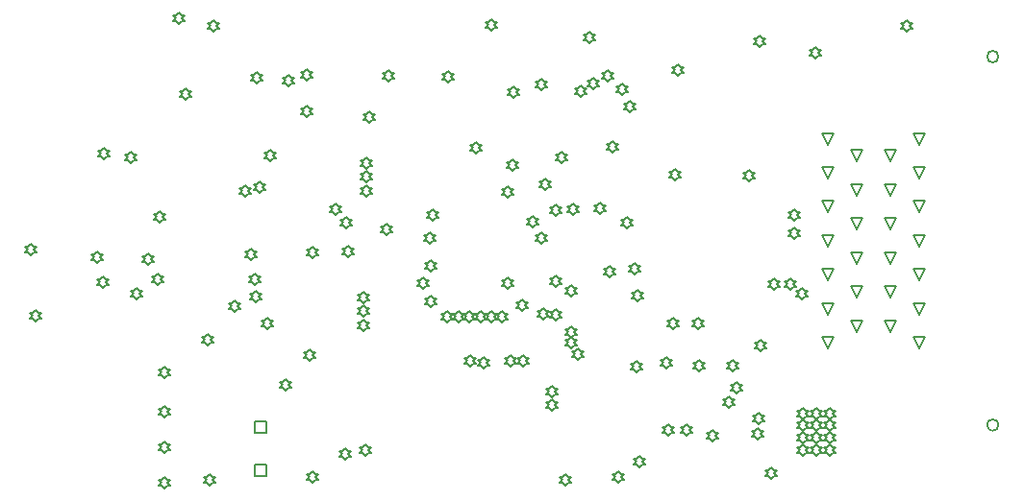
<source format=gbr>
%TF.GenerationSoftware,Altium Limited,Altium Designer,19.0.10 (269)*%
G04 Layer_Color=2752767*
%FSLAX26Y26*%
%MOIN*%
%TF.FileFunction,Drawing*%
%TF.Part,Single*%
G01*
G75*
%TA.AperFunction,NonConductor*%
%ADD74C,0.005000*%
%ADD75C,0.006667*%
D74*
X1298898Y58543D02*
Y98543D01*
X1338898D01*
Y58543D01*
X1298898D01*
Y208543D02*
Y248543D01*
X1338898D01*
Y208543D01*
X1298898D01*
X3287402Y1209331D02*
X3267402Y1249331D01*
X3307402D01*
X3287402Y1209331D01*
Y1091220D02*
X3267402Y1131220D01*
X3307402D01*
X3287402Y1091220D01*
Y973110D02*
X3267402Y1013110D01*
X3307402D01*
X3287402Y973110D01*
Y855000D02*
X3267402Y895000D01*
X3307402D01*
X3287402Y855000D01*
Y736890D02*
X3267402Y776890D01*
X3307402D01*
X3287402Y736890D01*
Y618779D02*
X3267402Y658779D01*
X3307402D01*
X3287402Y618779D01*
Y500669D02*
X3267402Y540669D01*
X3307402D01*
X3287402Y500669D01*
X3385827Y1150276D02*
X3365827Y1190276D01*
X3405827D01*
X3385827Y1150276D01*
Y1032165D02*
X3365827Y1072165D01*
X3405827D01*
X3385827Y1032165D01*
Y914055D02*
X3365827Y954055D01*
X3405827D01*
X3385827Y914055D01*
Y795945D02*
X3365827Y835945D01*
X3405827D01*
X3385827Y795945D01*
Y677835D02*
X3365827Y717835D01*
X3405827D01*
X3385827Y677835D01*
Y559724D02*
X3365827Y599724D01*
X3405827D01*
X3385827Y559724D01*
X3503937Y1150276D02*
X3483937Y1190276D01*
X3523937D01*
X3503937Y1150276D01*
Y1032165D02*
X3483937Y1072165D01*
X3523937D01*
X3503937Y1032165D01*
Y914055D02*
X3483937Y954055D01*
X3523937D01*
X3503937Y914055D01*
Y795945D02*
X3483937Y835945D01*
X3523937D01*
X3503937Y795945D01*
Y677835D02*
X3483937Y717835D01*
X3523937D01*
X3503937Y677835D01*
Y559724D02*
X3483937Y599724D01*
X3523937D01*
X3503937Y559724D01*
X3602362Y1209331D02*
X3582362Y1249331D01*
X3622362D01*
X3602362Y1209331D01*
Y1091220D02*
X3582362Y1131220D01*
X3622362D01*
X3602362Y1091220D01*
Y973110D02*
X3582362Y1013110D01*
X3622362D01*
X3602362Y973110D01*
Y855000D02*
X3582362Y895000D01*
X3622362D01*
X3602362Y855000D01*
Y736890D02*
X3582362Y776890D01*
X3622362D01*
X3602362Y736890D01*
Y618779D02*
X3582362Y658779D01*
X3622362D01*
X3602362Y618779D01*
Y500669D02*
X3582362Y540669D01*
X3622362D01*
X3602362Y500669D01*
X2375984Y24291D02*
X2385984Y34291D01*
X2395984D01*
X2385984Y44291D01*
X2395984Y54291D01*
X2385984D01*
X2375984Y64291D01*
X2365984Y54291D01*
X2355984D01*
X2365984Y44291D01*
X2355984Y34291D01*
X2365984D01*
X2375984Y24291D01*
X2421378Y460338D02*
X2431378Y470338D01*
X2441378D01*
X2431378Y480338D01*
X2441378Y490338D01*
X2431378D01*
X2421378Y500338D01*
X2411378Y490338D01*
X2401378D01*
X2411378Y480338D01*
X2401378Y470338D01*
X2411378D01*
X2421378Y460338D01*
X1612205Y114843D02*
X1622205Y124843D01*
X1632205D01*
X1622205Y134843D01*
X1632205Y144843D01*
X1622205D01*
X1612205Y154843D01*
X1602205Y144843D01*
X1592205D01*
X1602205Y134843D01*
X1592205Y124843D01*
X1602205D01*
X1612205Y114843D01*
X1228642Y628441D02*
X1238642Y638441D01*
X1248642D01*
X1238642Y648441D01*
X1248642Y658441D01*
X1238642D01*
X1228642Y668441D01*
X1218642Y658441D01*
X1208642D01*
X1218642Y648441D01*
X1208642Y638441D01*
X1218642D01*
X1228642Y628441D01*
X1684055Y126653D02*
X1694055Y136654D01*
X1704055D01*
X1694055Y146654D01*
X1704055Y156654D01*
X1694055D01*
X1684055Y166654D01*
X1674055Y156654D01*
X1664055D01*
X1674055Y146654D01*
X1664055Y136654D01*
X1674055D01*
X1684055Y126653D01*
X1500000Y33543D02*
X1510000Y43543D01*
X1520000D01*
X1510000Y53543D01*
X1520000Y63543D01*
X1510000D01*
X1500000Y73543D01*
X1490000Y63543D01*
X1480000D01*
X1490000Y53543D01*
X1480000Y43543D01*
X1490000D01*
X1500000Y33543D01*
X2330709Y332362D02*
X2340709Y342362D01*
X2350709D01*
X2340709Y352362D01*
X2350709Y362362D01*
X2340709D01*
X2330709Y372362D01*
X2320709Y362362D01*
X2310709D01*
X2320709Y352362D01*
X2310709Y342362D01*
X2320709D01*
X2330709Y332362D01*
X2329724Y286102D02*
X2339724Y296102D01*
X2349724D01*
X2339724Y306102D01*
X2349724Y316102D01*
X2339724D01*
X2329724Y326102D01*
X2319724Y316102D01*
X2309724D01*
X2319724Y306102D01*
X2309724Y296102D01*
X2319724D01*
X2329724Y286102D01*
X2395274Y500371D02*
X2405274Y510371D01*
X2415274D01*
X2405274Y520371D01*
X2415274Y530371D01*
X2405274D01*
X2395274Y540371D01*
X2385274Y530371D01*
X2375274D01*
X2385274Y520371D01*
X2375274Y510371D01*
X2385274D01*
X2395274Y500371D01*
Y539055D02*
X2405274Y549055D01*
X2415274D01*
X2405274Y559055D01*
X2415274Y569055D01*
X2405274D01*
X2395274Y579055D01*
X2385274Y569055D01*
X2375274D01*
X2385274Y559055D01*
X2375274Y549055D01*
X2385274D01*
X2395274Y539055D01*
X1302370Y662094D02*
X1312370Y672094D01*
X1322370D01*
X1312370Y682094D01*
X1322370Y692094D01*
X1312370D01*
X1302370Y702094D01*
X1292370Y692094D01*
X1282370D01*
X1292370Y682094D01*
X1282370Y672094D01*
X1292370D01*
X1302370Y662094D01*
X2726378Y430787D02*
X2736378Y440787D01*
X2746378D01*
X2736378Y450787D01*
X2746378Y460787D01*
X2736378D01*
X2726378Y470787D01*
X2716378Y460787D01*
X2706378D01*
X2716378Y450787D01*
X2706378Y440787D01*
X2716378D01*
X2726378Y430787D01*
X1881693Y708543D02*
X1891693Y718543D01*
X1901693D01*
X1891693Y728543D01*
X1901693Y738543D01*
X1891693D01*
X1881693Y748543D01*
X1871693Y738543D01*
X1861693D01*
X1871693Y728543D01*
X1861693Y718543D01*
X1871693D01*
X1881693Y708543D01*
X1905605Y864886D02*
X1915605Y874886D01*
X1925605D01*
X1915605Y884886D01*
X1925605Y894886D01*
X1915605D01*
X1905605Y904886D01*
X1895605Y894886D01*
X1885605D01*
X1895605Y884886D01*
X1885605Y874886D01*
X1895605D01*
X1905605Y864886D01*
X1909449Y767402D02*
X1919449Y777402D01*
X1929449D01*
X1919449Y787402D01*
X1929449Y797402D01*
X1919449D01*
X1909449Y807402D01*
X1899449Y797402D01*
X1889449D01*
X1899449Y787402D01*
X1889449Y777402D01*
X1899449D01*
X1909449Y767402D01*
X2121063Y1604016D02*
X2131063Y1614016D01*
X2141063D01*
X2131063Y1624016D01*
X2141063Y1634016D01*
X2131063D01*
X2121063Y1644016D01*
X2111063Y1634016D01*
X2101063D01*
X2111063Y1624016D01*
X2101063Y1614016D01*
X2111063D01*
X2121063Y1604016D01*
X1353347Y1152244D02*
X1363347Y1162244D01*
X1373347D01*
X1363347Y1172244D01*
X1373347Y1182244D01*
X1363347D01*
X1353347Y1192244D01*
X1343347Y1182244D01*
X1333347D01*
X1343347Y1172244D01*
X1333347Y1162244D01*
X1343347D01*
X1353347Y1152244D01*
X969488Y936693D02*
X979488Y946693D01*
X989488D01*
X979488Y956693D01*
X989488Y966693D01*
X979488D01*
X969488Y976693D01*
X959488Y966693D01*
X949488D01*
X959488Y956693D01*
X949488Y946693D01*
X959488D01*
X969488Y936693D01*
X963583Y720158D02*
X973583Y730158D01*
X983583D01*
X973583Y740158D01*
X983583Y750158D01*
X973583D01*
X963583Y760158D01*
X953583Y750158D01*
X943583D01*
X953583Y740158D01*
X943583Y730158D01*
X953583D01*
X963583Y720158D01*
X1499016Y814646D02*
X1509016Y824646D01*
X1519016D01*
X1509016Y834646D01*
X1519016Y844646D01*
X1509016D01*
X1499016Y854646D01*
X1489016Y844646D01*
X1479016D01*
X1489016Y834646D01*
X1479016Y824646D01*
X1489016D01*
X1499016Y814646D01*
X1143701Y25276D02*
X1153701Y35276D01*
X1163701D01*
X1153701Y45276D01*
X1163701Y55276D01*
X1153701D01*
X1143701Y65276D01*
X1133701Y55276D01*
X1123701D01*
X1133701Y45276D01*
X1123701Y35276D01*
X1133701D01*
X1143701Y25276D01*
X771654Y712284D02*
X781654Y722284D01*
X791654D01*
X781654Y732284D01*
X791654Y742284D01*
X781654D01*
X771654Y752284D01*
X761654Y742284D01*
X751654D01*
X761654Y732284D01*
X751654Y722284D01*
X761654D01*
X771654Y712284D01*
X751968Y798898D02*
X761968Y808898D01*
X771968D01*
X761968Y818898D01*
X771968Y828898D01*
X761968D01*
X751968Y838898D01*
X741968Y828898D01*
X731968D01*
X741968Y818898D01*
X731968Y808898D01*
X741968D01*
X751968Y798898D01*
X871063Y1146339D02*
X881063Y1156339D01*
X891063D01*
X881063Y1166339D01*
X891063Y1176339D01*
X881063D01*
X871063Y1186339D01*
X861063Y1176339D01*
X851063D01*
X861063Y1166339D01*
X851063Y1156339D01*
X861063D01*
X871063Y1146339D01*
X1910101Y645023D02*
X1920101Y655023D01*
X1930101D01*
X1920101Y665023D01*
X1930101Y675023D01*
X1920101D01*
X1910101Y685023D01*
X1900101Y675023D01*
X1890101D01*
X1900101Y665023D01*
X1890101Y655023D01*
X1900101D01*
X1910101Y645023D01*
X2157992Y590236D02*
X2167992Y600236D01*
X2177992D01*
X2167992Y610236D01*
X2177992Y620236D01*
X2167992D01*
X2157992Y630236D01*
X2147992Y620236D01*
X2137992D01*
X2147992Y610236D01*
X2137992Y600236D01*
X2147992D01*
X2157992Y590236D01*
X1618110Y917008D02*
X1628110Y927008D01*
X1638110D01*
X1628110Y937008D01*
X1638110Y947008D01*
X1628110D01*
X1618110Y957008D01*
X1608110Y947008D01*
X1598110D01*
X1608110Y937008D01*
X1598110Y927008D01*
X1608110D01*
X1618110Y917008D01*
X2496175Y968077D02*
X2506175Y978077D01*
X2516175D01*
X2506175Y988077D01*
X2516175Y998077D01*
X2506175D01*
X2496175Y1008077D01*
X2486175Y998077D01*
X2476175D01*
X2486175Y988077D01*
X2476175Y978077D01*
X2486175D01*
X2496175Y968077D01*
X2429024Y1373811D02*
X2439024Y1383811D01*
X2449024D01*
X2439024Y1393811D01*
X2449024Y1403811D01*
X2439024D01*
X2429024Y1413811D01*
X2419024Y1403811D01*
X2409024D01*
X2419024Y1393811D01*
X2409024Y1383811D01*
X2419024D01*
X2429024Y1373811D01*
X3245735Y213096D02*
X3255735Y223096D01*
X3265735D01*
X3255735Y233096D01*
X3265735Y243096D01*
X3255735D01*
X3245735Y253096D01*
X3235735Y243096D01*
X3225735D01*
X3235735Y233096D01*
X3225735Y223096D01*
X3235735D01*
X3245735Y213096D01*
Y255418D02*
X3255735Y265418D01*
X3265735D01*
X3255735Y275418D01*
X3265735Y285418D01*
X3255735D01*
X3245735Y295418D01*
X3235735Y285418D01*
X3225735D01*
X3235735Y275418D01*
X3225735Y265418D01*
X3235735D01*
X3245735Y255418D01*
X3199803D02*
X3209803Y265418D01*
X3219803D01*
X3209803Y275418D01*
X3219803Y285418D01*
X3209803D01*
X3199803Y295418D01*
X3189803Y285418D01*
X3179803D01*
X3189803Y275418D01*
X3179803Y265418D01*
X3189803D01*
X3199803Y255418D01*
Y213096D02*
X3209803Y223096D01*
X3219803D01*
X3209803Y233096D01*
X3219803Y243096D01*
X3209803D01*
X3199803Y253096D01*
X3189803Y243096D01*
X3179803D01*
X3189803Y233096D01*
X3179803Y223096D01*
X3189803D01*
X3199803Y213096D01*
Y170773D02*
X3209803Y180773D01*
X3219803D01*
X3209803Y190773D01*
X3219803Y200773D01*
X3209803D01*
X3199803Y210773D01*
X3189803Y200773D01*
X3179803D01*
X3189803Y190773D01*
X3179803Y180773D01*
X3189803D01*
X3199803Y170773D01*
Y128450D02*
X3209803Y138450D01*
X3219803D01*
X3209803Y148450D01*
X3219803Y158450D01*
X3209803D01*
X3199803Y168450D01*
X3189803Y158450D01*
X3179803D01*
X3189803Y148450D01*
X3179803Y138450D01*
X3189803D01*
X3199803Y128450D01*
X3245735D02*
X3255735Y138450D01*
X3265735D01*
X3255735Y148450D01*
X3265735Y158450D01*
X3255735D01*
X3245735Y168450D01*
X3235735Y158450D01*
X3225735D01*
X3235735Y148450D01*
X3225735Y138450D01*
X3235735D01*
X3245735Y128450D01*
X3291666D02*
X3301666Y138450D01*
X3311666D01*
X3301666Y148450D01*
X3311666Y158450D01*
X3301666D01*
X3291666Y168450D01*
X3281666Y158450D01*
X3271666D01*
X3281666Y148450D01*
X3271666Y138450D01*
X3281666D01*
X3291666Y128450D01*
Y170773D02*
X3301666Y180773D01*
X3311666D01*
X3301666Y190773D01*
X3311666Y200773D01*
X3301666D01*
X3291666Y210773D01*
X3281666Y200773D01*
X3271666D01*
X3281666Y190773D01*
X3271666Y180773D01*
X3281666D01*
X3291666Y170773D01*
X3245735D02*
X3255735Y180773D01*
X3265735D01*
X3255735Y190773D01*
X3265735Y200773D01*
X3255735D01*
X3245735Y210773D01*
X3235735Y200773D01*
X3225735D01*
X3235735Y190773D01*
X3225735Y180773D01*
X3235735D01*
X3245735Y170773D01*
X3291666Y213096D02*
X3301666Y223096D01*
X3311666D01*
X3301666Y233096D01*
X3311666Y243096D01*
X3301666D01*
X3291666Y253096D01*
X3281666Y243096D01*
X3271666D01*
X3281666Y233096D01*
X3271666Y223096D01*
X3281666D01*
X3291666Y213096D01*
Y255418D02*
X3301666Y265418D01*
X3311666D01*
X3301666Y275418D01*
X3311666Y285418D01*
X3301666D01*
X3291666Y295418D01*
X3281666Y285418D01*
X3271666D01*
X3281666Y275418D01*
X3271666Y265418D01*
X3281666D01*
X3291666Y255418D01*
X2838457Y422841D02*
X2848457Y432841D01*
X2858457D01*
X2848457Y442841D01*
X2858457Y452841D01*
X2848457D01*
X2838457Y462841D01*
X2828457Y452841D01*
X2818457D01*
X2828457Y442841D01*
X2818457Y432841D01*
X2828457D01*
X2838457Y422841D01*
X3090551Y47913D02*
X3100551Y57913D01*
X3110551D01*
X3100551Y67913D01*
X3110551Y77913D01*
X3100551D01*
X3090551Y87913D01*
X3080551Y77913D01*
X3070551D01*
X3080551Y67913D01*
X3070551Y57913D01*
X3080551D01*
X3090551Y47913D01*
X3048228Y236890D02*
X3058228Y246890D01*
X3068228D01*
X3058228Y256890D01*
X3068228Y266890D01*
X3058228D01*
X3048228Y276890D01*
X3038228Y266890D01*
X3028228D01*
X3038228Y256890D01*
X3028228Y246890D01*
X3038228D01*
X3048228Y236890D01*
X2404412Y964250D02*
X2414412Y974250D01*
X2424412D01*
X2414412Y984250D01*
X2424412Y994250D01*
X2414412D01*
X2404412Y1004250D01*
X2394412Y994250D01*
X2384412D01*
X2394412Y984250D01*
X2384412Y974250D01*
X2394412D01*
X2404412Y964250D01*
X2225208Y630078D02*
X2235208Y640078D01*
X2245208D01*
X2235208Y650078D01*
X2245208Y660078D01*
X2235208D01*
X2225208Y670078D01*
X2215208Y660078D01*
X2205208D01*
X2215208Y650078D01*
X2205208Y640078D01*
X2215208D01*
X2225208Y630078D01*
X2299208Y602046D02*
X2309208Y612046D01*
X2319208D01*
X2309208Y622046D01*
X2319208Y632046D01*
X2309208D01*
X2299208Y642046D01*
X2289208Y632046D01*
X2279208D01*
X2289208Y622046D01*
X2279208Y612046D01*
X2289208D01*
X2299208Y602046D01*
X1416947Y1413071D02*
X1426947Y1423071D01*
X1436947D01*
X1426947Y1433071D01*
X1436947Y1443071D01*
X1426947D01*
X1416947Y1453071D01*
X1406947Y1443071D01*
X1396947D01*
X1406947Y1433071D01*
X1396947Y1423071D01*
X1406947D01*
X1416947Y1413071D01*
X2732284Y196535D02*
X2742284Y206535D01*
X2752284D01*
X2742284Y216535D01*
X2752284Y226535D01*
X2742284D01*
X2732284Y236535D01*
X2722284Y226535D01*
X2712284D01*
X2722284Y216535D01*
X2712284Y206535D01*
X2722284D01*
X2732284Y196535D01*
X1696998Y1283150D02*
X1706998Y1293150D01*
X1716998D01*
X1706998Y1303150D01*
X1716998Y1313150D01*
X1706998D01*
X1696998Y1323150D01*
X1686998Y1313150D01*
X1676998D01*
X1686998Y1303150D01*
X1676998Y1293150D01*
X1686998D01*
X1696998Y1283150D01*
X2293307Y864886D02*
X2303307Y874886D01*
X2313307D01*
X2303307Y884886D01*
X2313307Y894886D01*
X2303307D01*
X2293307Y904886D01*
X2283307Y894886D01*
X2273307D01*
X2283307Y884886D01*
X2273307Y874886D01*
X2283307D01*
X2293307Y864886D01*
X1036417Y1629606D02*
X1046417Y1639606D01*
X1056417D01*
X1046417Y1649606D01*
X1056417Y1659606D01*
X1046417D01*
X1036417Y1669606D01*
X1026417Y1659606D01*
X1016417D01*
X1026417Y1649606D01*
X1016417Y1639606D01*
X1026417D01*
X1036417Y1629606D01*
X1060305Y1365827D02*
X1070305Y1375827D01*
X1080305D01*
X1070305Y1385827D01*
X1080305Y1395827D01*
X1070305D01*
X1060305Y1405827D01*
X1050305Y1395827D01*
X1040305D01*
X1050305Y1385827D01*
X1040305Y1375827D01*
X1050305D01*
X1060305Y1365827D01*
X3054260Y489842D02*
X3064260Y499842D01*
X3074260D01*
X3064260Y509842D01*
X3074260Y519842D01*
X3064260D01*
X3054260Y529842D01*
X3044260Y519842D01*
X3034260D01*
X3044260Y509842D01*
X3034260Y499842D01*
X3044260D01*
X3054260Y489842D01*
X1969488Y1425866D02*
X1979488Y1435866D01*
X1989488D01*
X1979488Y1445866D01*
X1989488Y1455866D01*
X1979488D01*
X1969488Y1465866D01*
X1959488Y1455866D01*
X1949488D01*
X1959488Y1445866D01*
X1949488Y1435866D01*
X1959488D01*
X1969488Y1425866D01*
X2067913Y1177047D02*
X2077913Y1187047D01*
X2087913D01*
X2077913Y1197047D01*
X2087913Y1207047D01*
X2077913D01*
X2067913Y1217047D01*
X2057913Y1207047D01*
X2047913D01*
X2057913Y1197047D01*
X2047913Y1187047D01*
X2057913D01*
X2067913Y1177047D01*
X539370Y595158D02*
X549370Y605158D01*
X559370D01*
X549370Y615158D01*
X559370Y625158D01*
X549370D01*
X539370Y635158D01*
X529370Y625158D01*
X519370D01*
X529370Y615158D01*
X519370Y605158D01*
X529370D01*
X539370Y595158D01*
X523622Y825577D02*
X533622Y835577D01*
X543622D01*
X533622Y845577D01*
X543622Y855577D01*
X533622D01*
X523622Y865577D01*
X513622Y855577D01*
X503622D01*
X513622Y845577D01*
X503622Y835577D01*
X513622D01*
X523622Y825577D01*
X777758Y1157790D02*
X787758Y1167790D01*
X797758D01*
X787758Y1177790D01*
X797758Y1187790D01*
X787758D01*
X777758Y1197790D01*
X767758Y1187790D01*
X757758D01*
X767758Y1177790D01*
X757758Y1167790D01*
X767758D01*
X777758Y1157790D01*
X2308059Y1050866D02*
X2318059Y1060866D01*
X2328059D01*
X2318059Y1070866D01*
X2328059Y1080866D01*
X2318059D01*
X2308059Y1090866D01*
X2298059Y1080866D01*
X2288059D01*
X2298059Y1070866D01*
X2288059Y1060866D01*
X2298059D01*
X2308059Y1050866D01*
X2539370Y1180787D02*
X2549370Y1190787D01*
X2559370D01*
X2549370Y1200787D01*
X2559370Y1210787D01*
X2549370D01*
X2539370Y1220787D01*
X2529370Y1210787D01*
X2519370D01*
X2529370Y1200787D01*
X2519370Y1190787D01*
X2529370D01*
X2539370Y1180787D01*
X2459235Y1559882D02*
X2469235Y1569882D01*
X2479235D01*
X2469235Y1579882D01*
X2479235Y1589882D01*
X2469235D01*
X2459235Y1599882D01*
X2449235Y1589882D01*
X2439235D01*
X2449235Y1579882D01*
X2439235Y1569882D01*
X2449235D01*
X2459235Y1559882D01*
X3051181Y1548898D02*
X3061181Y1558898D01*
X3071181D01*
X3061181Y1568898D01*
X3071181Y1578898D01*
X3061181D01*
X3051181Y1588898D01*
X3041181Y1578898D01*
X3031181D01*
X3041181Y1568898D01*
X3031181Y1558898D01*
X3041181D01*
X3051181Y1548898D01*
X1624016Y819567D02*
X1634016Y829567D01*
X1644016D01*
X1634016Y839567D01*
X1644016Y849567D01*
X1634016D01*
X1624016Y859567D01*
X1614016Y849567D01*
X1604016D01*
X1614016Y839567D01*
X1604016Y829567D01*
X1614016D01*
X1624016Y819567D01*
X2615157Y758427D02*
X2625157Y768427D01*
X2635157D01*
X2625157Y778427D01*
X2635157Y788427D01*
X2625157D01*
X2615157Y798427D01*
X2605157Y788427D01*
X2595157D01*
X2605157Y778427D01*
X2595157Y768427D01*
X2605157D01*
X2615157Y758427D01*
X2625984Y664055D02*
X2635984Y674055D01*
X2645984D01*
X2635984Y684055D01*
X2645984Y694055D01*
X2635984D01*
X2625984Y704055D01*
X2615984Y694055D01*
X2605984D01*
X2615984Y684055D01*
X2605984Y674055D01*
X2615984D01*
X2625984Y664055D01*
X2531496Y749685D02*
X2541496Y759685D01*
X2551496D01*
X2541496Y769685D01*
X2551496Y779685D01*
X2541496D01*
X2531496Y789685D01*
X2521496Y779685D01*
X2511496D01*
X2521496Y769685D01*
X2511496Y759685D01*
X2521496D01*
X2531496Y749685D01*
X2588583Y917992D02*
X2598583Y927992D01*
X2608583D01*
X2598583Y937992D01*
X2608583Y947992D01*
X2598583D01*
X2588583Y957992D01*
X2578583Y947992D01*
X2568583D01*
X2578583Y937992D01*
X2568583Y927992D01*
X2578583D01*
X2588583Y917992D01*
X2262795Y921929D02*
X2272795Y931929D01*
X2282795D01*
X2272795Y941929D01*
X2282795Y951929D01*
X2272795D01*
X2262795Y961929D01*
X2252795Y951929D01*
X2242795D01*
X2252795Y941929D01*
X2242795Y931929D01*
X2252795D01*
X2262795Y921929D01*
X2836614Y567598D02*
X2846614Y577598D01*
X2856614D01*
X2846614Y587598D01*
X2856614Y597598D01*
X2846614D01*
X2836614Y607598D01*
X2826614Y597598D01*
X2816614D01*
X2826614Y587598D01*
X2816614Y577598D01*
X2826614D01*
X2836614Y567598D01*
X2750984D02*
X2760984Y577598D01*
X2770984D01*
X2760984Y587598D01*
X2770984Y597598D01*
X2760984D01*
X2750984Y607598D01*
X2740984Y597598D01*
X2730984D01*
X2740984Y587598D01*
X2730984Y577598D01*
X2740984D01*
X2750984Y567598D01*
X2177092Y1023566D02*
X2187092Y1033565D01*
X2197092D01*
X2187092Y1043565D01*
X2197092Y1053565D01*
X2187092D01*
X2177092Y1063565D01*
X2167092Y1053565D01*
X2157092D01*
X2167092Y1043565D01*
X2157092Y1033565D01*
X2167092D01*
X2177092Y1023566D01*
X1677165Y609920D02*
X1687165Y619920D01*
X1697165D01*
X1687165Y629920D01*
X1697165Y639920D01*
X1687165D01*
X1677165Y649920D01*
X1667165Y639920D01*
X1657165D01*
X1667165Y629920D01*
X1657165Y619920D01*
X1667165D01*
X1677165Y609920D01*
Y658543D02*
X1687165Y668543D01*
X1697165D01*
X1687165Y678543D01*
X1697165Y688543D01*
X1687165D01*
X1677165Y698543D01*
X1667165Y688543D01*
X1657165D01*
X1667165Y678543D01*
X1657165Y668543D01*
X1667165D01*
X1677165Y658543D01*
X1308071Y1420945D02*
X1318071Y1430945D01*
X1328071D01*
X1318071Y1440945D01*
X1328071Y1450945D01*
X1318071D01*
X1308071Y1460945D01*
X1298071Y1450945D01*
X1288071D01*
X1298071Y1440945D01*
X1288071Y1430945D01*
X1298071D01*
X1308071Y1420945D01*
X1762795Y1426454D02*
X1772795Y1436454D01*
X1782795D01*
X1772795Y1446454D01*
X1782795Y1456454D01*
X1772795D01*
X1762795Y1466454D01*
X1752795Y1456454D01*
X1742795D01*
X1752795Y1446454D01*
X1742795Y1436454D01*
X1752795D01*
X1762795Y1426454D01*
X929134Y790852D02*
X939134Y800852D01*
X949134D01*
X939134Y810852D01*
X949134Y820852D01*
X939134D01*
X929134Y830852D01*
X919134Y820852D01*
X909134D01*
X919134Y810852D01*
X909134Y800852D01*
X919134D01*
X929134Y790852D01*
X889764Y669968D02*
X899764Y679968D01*
X909764D01*
X899764Y689968D01*
X909764Y699968D01*
X899764D01*
X889764Y709968D01*
X879764Y699968D01*
X869764D01*
X879764Y689968D01*
X869764Y679968D01*
X879764D01*
X889764Y669968D01*
X2601378Y1322183D02*
X2611378Y1332183D01*
X2621378D01*
X2611378Y1342183D01*
X2621378Y1352183D01*
X2611378D01*
X2601378Y1362183D01*
X2591378Y1352183D01*
X2581378D01*
X2591378Y1342183D01*
X2581378Y1332183D01*
X2591378D01*
X2601378Y1322183D01*
X2767716Y1446535D02*
X2777716Y1456535D01*
X2787716D01*
X2777716Y1466535D01*
X2787716Y1476535D01*
X2777716D01*
X2767716Y1486535D01*
X2757716Y1476535D01*
X2747716D01*
X2757716Y1466535D01*
X2747716Y1456535D01*
X2757716D01*
X2767716Y1446535D01*
X2192913Y1117795D02*
X2202913Y1127795D01*
X2212913D01*
X2202913Y1137795D01*
X2212913Y1147795D01*
X2202913D01*
X2192913Y1157795D01*
X2182913Y1147795D01*
X2172913D01*
X2182913Y1137795D01*
X2172913Y1127795D01*
X2182913D01*
X2192913Y1117795D01*
X2344488Y962599D02*
X2354488Y972599D01*
X2364488D01*
X2354488Y982599D01*
X2364488Y992599D01*
X2354488D01*
X2344488Y1002599D01*
X2334488Y992599D01*
X2324488D01*
X2334488Y982599D01*
X2324488Y972599D01*
X2334488D01*
X2344488Y962599D01*
X2119992Y590236D02*
X2129992Y600236D01*
X2139992D01*
X2129992Y610236D01*
X2139992Y620236D01*
X2129992D01*
X2119992Y630236D01*
X2109992Y620236D01*
X2099992D01*
X2109992Y610236D01*
X2099992Y600236D01*
X2109992D01*
X2119992Y590236D01*
X2081992D02*
X2091992Y600236D01*
X2101992D01*
X2091992Y610236D01*
X2101992Y620236D01*
X2091992D01*
X2081992Y630236D01*
X2071992Y620236D01*
X2061992D01*
X2071992Y610236D01*
X2061992Y600236D01*
X2071992D01*
X2081992Y590236D01*
X2005992D02*
X2015992Y600236D01*
X2025992D01*
X2015992Y610236D01*
X2025992Y620236D01*
X2015992D01*
X2005992Y630236D01*
X1995992Y620236D01*
X1985992D01*
X1995992Y610236D01*
X1985992Y600236D01*
X1995992D01*
X2005992Y590236D01*
X2177161Y708345D02*
X2187161Y718345D01*
X2197161D01*
X2187161Y728345D01*
X2197161Y738345D01*
X2187161D01*
X2177161Y748345D01*
X2167161Y738345D01*
X2157161D01*
X2167161Y728345D01*
X2157161Y718345D01*
X2167161D01*
X2177161Y708345D01*
X2397633Y680786D02*
X2407633Y690786D01*
X2417633D01*
X2407633Y700786D01*
X2417633Y710786D01*
X2407633D01*
X2397633Y720786D01*
X2387633Y710786D01*
X2377633D01*
X2387633Y700786D01*
X2377633Y690786D01*
X2387633D01*
X2397633Y680786D01*
X2342520Y716221D02*
X2352520Y726221D01*
X2362520D01*
X2352520Y736221D01*
X2362520Y746221D01*
X2352520D01*
X2342520Y756221D01*
X2332520Y746221D01*
X2322520D01*
X2332520Y736221D01*
X2322520Y726221D01*
X2332520D01*
X2342520Y716221D01*
X2043992Y590236D02*
X2053992Y600236D01*
X2063992D01*
X2053992Y610236D01*
X2063992Y620236D01*
X2053992D01*
X2043992Y630236D01*
X2033992Y620236D01*
X2023992D01*
X2033992Y610236D01*
X2023992Y600236D01*
X2033992D01*
X2043992Y590236D01*
X2342520Y598110D02*
X2352520Y608110D01*
X2362520D01*
X2352520Y618110D01*
X2362520Y628110D01*
X2352520D01*
X2342520Y638110D01*
X2332520Y628110D01*
X2322520D01*
X2332520Y618110D01*
X2322520Y608110D01*
X2332520D01*
X2342520Y598110D01*
X1314961Y1042992D02*
X1324961Y1052992D01*
X1334961D01*
X1324961Y1062992D01*
X1334961Y1072992D01*
X1324961D01*
X1314961Y1082992D01*
X1304961Y1072992D01*
X1294961D01*
X1304961Y1062992D01*
X1294961Y1052992D01*
X1304961D01*
X1314961Y1042992D01*
X1267716Y1029114D02*
X1277716Y1039114D01*
X1287716D01*
X1277716Y1049114D01*
X1287716Y1059114D01*
X1277716D01*
X1267716Y1069114D01*
X1257716Y1059114D01*
X1247716D01*
X1257716Y1049114D01*
X1247716Y1039114D01*
X1257716D01*
X1267716Y1029114D01*
X1299213Y720158D02*
X1309213Y730158D01*
X1319213D01*
X1309213Y740158D01*
X1319213Y750158D01*
X1309213D01*
X1299213Y760158D01*
X1289213Y750158D01*
X1279213D01*
X1289213Y740158D01*
X1279213Y730158D01*
X1289213D01*
X1299213Y720158D01*
X1287402Y808963D02*
X1297402Y818963D01*
X1307402D01*
X1297402Y828963D01*
X1307402Y838963D01*
X1297402D01*
X1287402Y848963D01*
X1277402Y838963D01*
X1267402D01*
X1277402Y828963D01*
X1267402Y818963D01*
X1277402D01*
X1287402Y808963D01*
X1479331Y1432756D02*
X1489331Y1442756D01*
X1499331D01*
X1489331Y1452756D01*
X1499331Y1462756D01*
X1489331D01*
X1479331Y1472756D01*
X1469331Y1462756D01*
X1459331D01*
X1469331Y1452756D01*
X1459331Y1442756D01*
X1469331D01*
X1479331Y1432756D01*
Y1305787D02*
X1489331Y1315787D01*
X1499331D01*
X1489331Y1325787D01*
X1499331Y1335787D01*
X1489331D01*
X1479331Y1345787D01*
X1469331Y1335787D01*
X1459331D01*
X1469331Y1325787D01*
X1459331Y1315787D01*
X1469331D01*
X1479331Y1305787D01*
X1157480Y1601063D02*
X1167480Y1611063D01*
X1177480D01*
X1167480Y1621063D01*
X1177480Y1631063D01*
X1167480D01*
X1157480Y1641063D01*
X1147480Y1631063D01*
X1137480D01*
X1147480Y1621063D01*
X1137480Y1611063D01*
X1147480D01*
X1157480Y1601063D01*
X2094488Y432756D02*
X2104488Y442756D01*
X2114488D01*
X2104488Y452756D01*
X2114488Y462756D01*
X2104488D01*
X2094488Y472756D01*
X2084488Y462756D01*
X2074488D01*
X2084488Y452756D01*
X2074488Y442756D01*
X2084488D01*
X2094488Y432756D01*
X1578445Y964252D02*
X1588445Y974252D01*
X1598445D01*
X1588445Y984252D01*
X1598445Y994252D01*
X1588445D01*
X1578445Y1004252D01*
X1568445Y994252D01*
X1558445D01*
X1568445Y984252D01*
X1558445Y974252D01*
X1568445D01*
X1578445Y964252D01*
X1755906Y893386D02*
X1765906Y903386D01*
X1775906D01*
X1765906Y913386D01*
X1775906Y923386D01*
X1765906D01*
X1755906Y933386D01*
X1745906Y923386D01*
X1735906D01*
X1745906Y913386D01*
X1735906Y903386D01*
X1745906D01*
X1755906Y893386D01*
X1685039Y1029114D02*
X1695039Y1039114D01*
X1705039D01*
X1695039Y1049114D01*
X1705039Y1059114D01*
X1695039D01*
X1685039Y1069114D01*
X1675039Y1059114D01*
X1665039D01*
X1675039Y1049114D01*
X1665039Y1039114D01*
X1675039D01*
X1685039Y1029114D01*
X1677165Y562677D02*
X1687165Y572677D01*
X1697165D01*
X1687165Y582677D01*
X1697165Y592677D01*
X1687165D01*
X1677165Y602677D01*
X1667165Y592677D01*
X1657165D01*
X1667165Y582677D01*
X1657165Y572677D01*
X1667165D01*
X1677165Y562677D01*
X2887739Y178819D02*
X2897739Y188819D01*
X2907739D01*
X2897739Y198819D01*
X2907739Y208819D01*
X2897739D01*
X2887739Y218819D01*
X2877739Y208819D01*
X2867739D01*
X2877739Y198819D01*
X2867739Y188819D01*
X2877739D01*
X2887739Y178819D01*
X3042244Y183740D02*
X3052244Y193740D01*
X3062244D01*
X3052244Y203740D01*
X3062244Y213740D01*
X3052244D01*
X3042244Y223740D01*
X3032244Y213740D01*
X3022244D01*
X3032244Y203740D01*
X3022244Y193740D01*
X3032244D01*
X3042244Y183740D01*
X2968504Y345617D02*
X2978504Y355617D01*
X2988504D01*
X2978504Y365617D01*
X2988504Y375617D01*
X2978504D01*
X2968504Y385617D01*
X2958504Y375617D01*
X2948504D01*
X2958504Y365617D01*
X2948504Y355617D01*
X2958504D01*
X2968504Y345617D01*
X2956737Y422867D02*
X2966737Y432867D01*
X2976737D01*
X2966737Y442867D01*
X2976737Y452867D01*
X2966737D01*
X2956737Y462867D01*
X2946737Y452867D01*
X2936737D01*
X2946737Y442867D01*
X2936737Y432867D01*
X2946737D01*
X2956737Y422867D01*
X2633858Y88731D02*
X2643858Y98731D01*
X2653858D01*
X2643858Y108731D01*
X2653858Y118731D01*
X2643858D01*
X2633858Y128731D01*
X2623858Y118731D01*
X2613858D01*
X2623858Y108731D01*
X2613858Y98731D01*
X2623858D01*
X2633858Y88731D01*
X2623805Y418011D02*
X2633805Y428011D01*
X2643805D01*
X2633805Y438011D01*
X2643805Y448011D01*
X2633805D01*
X2623805Y458011D01*
X2613805Y448011D01*
X2603805D01*
X2613805Y438011D01*
X2603805Y428011D01*
X2613805D01*
X2623805Y418011D01*
X1490505Y459336D02*
X1500505Y469336D01*
X1510505D01*
X1500505Y479336D01*
X1510505Y489336D01*
X1500505D01*
X1490505Y499336D01*
X1480505Y489336D01*
X1470505D01*
X1480505Y479336D01*
X1470505Y469336D01*
X1480505D01*
X1490505Y459336D01*
X1343080Y568571D02*
X1353080Y578571D01*
X1363080D01*
X1353080Y588571D01*
X1363080Y598571D01*
X1353080D01*
X1343080Y608571D01*
X1333080Y598571D01*
X1323080D01*
X1333080Y588571D01*
X1323080Y578571D01*
X1333080D01*
X1343080Y568571D01*
X1137795Y511496D02*
X1147795Y521496D01*
X1157795D01*
X1147795Y531496D01*
X1157795Y541496D01*
X1147795D01*
X1137795Y551496D01*
X1127795Y541496D01*
X1117795D01*
X1127795Y531496D01*
X1117795Y521496D01*
X1127795D01*
X1137795Y511496D01*
X988189Y397323D02*
X998189Y407323D01*
X1008189D01*
X998189Y417323D01*
X1008189Y427323D01*
X998189D01*
X988189Y437323D01*
X978189Y427323D01*
X968189D01*
X978189Y417323D01*
X968189Y407323D01*
X978189D01*
X988189Y397323D01*
Y262652D02*
X998189Y272652D01*
X1008189D01*
X998189Y282652D01*
X1008189Y292652D01*
X998189D01*
X988189Y302652D01*
X978189Y292652D01*
X968189D01*
X978189Y282652D01*
X968189Y272652D01*
X978189D01*
X988189Y262652D01*
Y137480D02*
X998189Y147480D01*
X1008189D01*
X998189Y157480D01*
X1008189Y167480D01*
X998189D01*
X988189Y177480D01*
X978189Y167480D01*
X968189D01*
X978189Y157480D01*
X968189Y147480D01*
X978189D01*
X988189Y137480D01*
Y15433D02*
X998189Y25433D01*
X1008189D01*
X998189Y35433D01*
X1008189Y45433D01*
X998189D01*
X988189Y55433D01*
X978189Y45433D01*
X968189D01*
X978189Y35433D01*
X968189Y25433D01*
X978189D01*
X988189Y15433D01*
X1685039Y1078425D02*
X1695039Y1088425D01*
X1705039D01*
X1695039Y1098425D01*
X1705039Y1108425D01*
X1695039D01*
X1685039Y1118425D01*
X1675039Y1108425D01*
X1665039D01*
X1675039Y1098425D01*
X1665039Y1088425D01*
X1675039D01*
X1685039Y1078425D01*
Y1125669D02*
X1695039Y1135669D01*
X1705039D01*
X1695039Y1145669D01*
X1705039Y1155669D01*
X1695039D01*
X1685039Y1165669D01*
X1675039Y1155669D01*
X1665039D01*
X1675039Y1145669D01*
X1665039Y1135669D01*
X1675039D01*
X1685039Y1125669D01*
X2228347Y436693D02*
X2238347Y446693D01*
X2248347D01*
X2238347Y456693D01*
X2248347Y466693D01*
X2238347D01*
X2228347Y476693D01*
X2218347Y466693D01*
X2208347D01*
X2218347Y456693D01*
X2208347Y446693D01*
X2218347D01*
X2228347Y436693D01*
X2185039Y439449D02*
X2195039Y449449D01*
X2205039D01*
X2195039Y459449D01*
X2205039Y469449D01*
X2195039D01*
X2185039Y479449D01*
X2175039Y469449D01*
X2165039D01*
X2175039Y459449D01*
X2165039Y449449D01*
X2175039D01*
X2185039Y439449D01*
X2047244Y436693D02*
X2057244Y446693D01*
X2067244D01*
X2057244Y456693D01*
X2067244Y466693D01*
X2057244D01*
X2047244Y476693D01*
X2037244Y466693D01*
X2027244D01*
X2037244Y456693D01*
X2027244Y446693D01*
X2037244D01*
X2047244Y436693D01*
X1917323Y944567D02*
X1927323Y954567D01*
X1937323D01*
X1927323Y964567D01*
X1937323Y974567D01*
X1927323D01*
X1917323Y984567D01*
X1907323Y974567D01*
X1897323D01*
X1907323Y964567D01*
X1897323Y954567D01*
X1907323D01*
X1917323Y944567D01*
X2574606Y1381575D02*
X2584606Y1391575D01*
X2594606D01*
X2584606Y1401575D01*
X2594606Y1411575D01*
X2584606D01*
X2574606Y1421575D01*
X2564606Y1411575D01*
X2554606D01*
X2564606Y1401575D01*
X2554606Y1391575D01*
X2564606D01*
X2574606Y1381575D01*
X2523622Y1428819D02*
X2533622Y1438819D01*
X2543622D01*
X2533622Y1448819D01*
X2543622Y1458819D01*
X2533622D01*
X2523622Y1468819D01*
X2513622Y1458819D01*
X2503622D01*
X2513622Y1448819D01*
X2503622Y1438819D01*
X2513622D01*
X2523622Y1428819D01*
X1967992Y590236D02*
X1977992Y600236D01*
X1987992D01*
X1977992Y610236D01*
X1987992Y620236D01*
X1977992D01*
X1967992Y630236D01*
X1957992Y620236D01*
X1947992D01*
X1957992Y610236D01*
X1947992Y600236D01*
X1957992D01*
X1967992Y590236D01*
X2196850Y1369764D02*
X2206850Y1379764D01*
X2216850D01*
X2206850Y1389764D01*
X2216850Y1399764D01*
X2206850D01*
X2196850Y1409764D01*
X2186850Y1399764D01*
X2176850D01*
X2186850Y1389764D01*
X2176850Y1379764D01*
X2186850D01*
X2196850Y1369764D01*
X2291780Y1397323D02*
X2301780Y1407323D01*
X2311780D01*
X2301780Y1417323D01*
X2311780Y1427323D01*
X2301780D01*
X2291780Y1437323D01*
X2281780Y1427323D01*
X2271780D01*
X2281780Y1417323D01*
X2271780Y1407323D01*
X2281780D01*
X2291780Y1397323D01*
X2472441Y1401260D02*
X2482441Y1411260D01*
X2492441D01*
X2482441Y1421260D01*
X2492441Y1431260D01*
X2482441D01*
X2472441Y1441260D01*
X2462441Y1431260D01*
X2452441D01*
X2462441Y1421260D01*
X2452441Y1411260D01*
X2462441D01*
X2472441Y1401260D01*
X2362205Y1145354D02*
X2372205Y1155354D01*
X2382205D01*
X2372205Y1165354D01*
X2382205Y1175354D01*
X2372205D01*
X2362205Y1185354D01*
X2352205Y1175354D01*
X2342205D01*
X2352205Y1165354D01*
X2342205Y1155354D01*
X2352205D01*
X2362205Y1145354D01*
X3169291Y944567D02*
X3179291Y954567D01*
X3189291D01*
X3179291Y964567D01*
X3189291Y974567D01*
X3179291D01*
X3169291Y984567D01*
X3159291Y974567D01*
X3149291D01*
X3159291Y964567D01*
X3149291Y954567D01*
X3159291D01*
X3169291Y944567D01*
X3011811Y1082362D02*
X3021811Y1092362D01*
X3031811D01*
X3021811Y1102362D01*
X3031811Y1112362D01*
X3021811D01*
X3011811Y1122362D01*
X3001811Y1112362D01*
X2991811D01*
X3001811Y1102362D01*
X2991811Y1092362D01*
X3001811D01*
X3011811Y1082362D01*
X2755905Y1086299D02*
X2765905Y1096299D01*
X2775905D01*
X2765905Y1106299D01*
X2775905Y1116299D01*
X2765905D01*
X2755905Y1126299D01*
X2745905Y1116299D01*
X2735905D01*
X2745905Y1106299D01*
X2735905Y1096299D01*
X2745905D01*
X2755905Y1086299D01*
X3196850Y672913D02*
X3206850Y682913D01*
X3216850D01*
X3206850Y692913D01*
X3216850Y702913D01*
X3206850D01*
X3196850Y712913D01*
X3186850Y702913D01*
X3176850D01*
X3186850Y692913D01*
X3176850Y682913D01*
X3186850D01*
X3196850Y672913D01*
X3169291Y881575D02*
X3179291Y891575D01*
X3189291D01*
X3179291Y901575D01*
X3189291Y911575D01*
X3179291D01*
X3169291Y921575D01*
X3159291Y911575D01*
X3149291D01*
X3159291Y901575D01*
X3149291Y891575D01*
X3159291D01*
X3169291Y881575D01*
X1405512Y354016D02*
X1415512Y364016D01*
X1425512D01*
X1415512Y374016D01*
X1425512Y384016D01*
X1415512D01*
X1405512Y394016D01*
X1395512Y384016D01*
X1385512D01*
X1395512Y374016D01*
X1385512Y364016D01*
X1395512D01*
X1405512Y354016D01*
X3098425Y704409D02*
X3108425Y714409D01*
X3118425D01*
X3108425Y724409D01*
X3118425Y734409D01*
X3108425D01*
X3098425Y744409D01*
X3088425Y734409D01*
X3078425D01*
X3088425Y724409D01*
X3078425Y714409D01*
X3088425D01*
X3098425Y704409D01*
X3157825Y703376D02*
X3167825Y713376D01*
X3177825D01*
X3167825Y723376D01*
X3177825Y733376D01*
X3167825D01*
X3157825Y743376D01*
X3147825Y733376D01*
X3137825D01*
X3147825Y723376D01*
X3137825Y713376D01*
X3147825D01*
X3157825Y703376D01*
X3244095Y1507559D02*
X3254095Y1517559D01*
X3264095D01*
X3254095Y1527559D01*
X3264095Y1537559D01*
X3254095D01*
X3244095Y1547559D01*
X3234095Y1537559D01*
X3224095D01*
X3234095Y1527559D01*
X3224095Y1517559D01*
X3234095D01*
X3244095Y1507559D01*
X3559055Y1602047D02*
X3569055Y1612047D01*
X3579055D01*
X3569055Y1622047D01*
X3579055Y1632047D01*
X3569055D01*
X3559055Y1642047D01*
X3549055Y1632047D01*
X3539055D01*
X3549055Y1622047D01*
X3539055Y1612047D01*
X3549055D01*
X3559055Y1602047D01*
X2559055Y35118D02*
X2569055Y45118D01*
X2579055D01*
X2569055Y55118D01*
X2579055Y65118D01*
X2569055D01*
X2559055Y75118D01*
X2549055Y65118D01*
X2539055D01*
X2549055Y55118D01*
X2539055Y45118D01*
X2549055D01*
X2559055Y35118D01*
X2944882Y294961D02*
X2954882Y304961D01*
X2964882D01*
X2954882Y314961D01*
X2964882Y324961D01*
X2954882D01*
X2944882Y334961D01*
X2934882Y324961D01*
X2924882D01*
X2934882Y314961D01*
X2924882Y304961D01*
X2934882D01*
X2944882Y294961D01*
X2795276Y196535D02*
X2805276Y206535D01*
X2815276D01*
X2805276Y216535D01*
X2815276Y226535D01*
X2805276D01*
X2795276Y236535D01*
X2785276Y226535D01*
X2775276D01*
X2785276Y216535D01*
X2775276Y206535D01*
X2785276D01*
X2795276Y196535D01*
D75*
X3878268Y235236D02*
G03*
X3878268Y235236I-20000J0D01*
G01*
Y1514764D02*
G03*
X3878268Y1514764I-20000J0D01*
G01*
%TF.MD5,e4cbe1684edf46a5a45d5a9bb987a523*%
M02*

</source>
